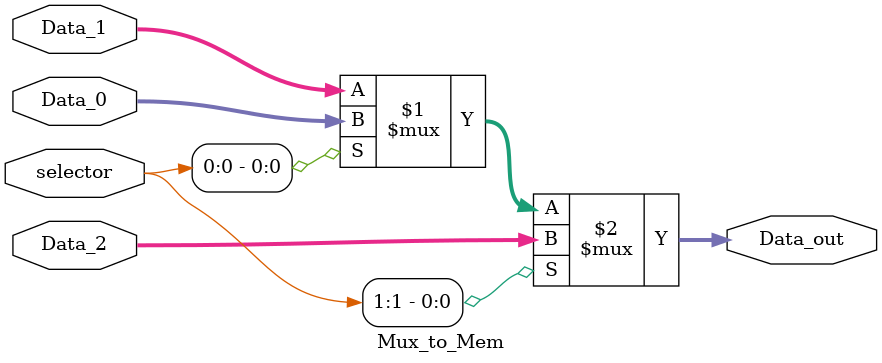
<source format=v>
module Mux_to_Mem (
    input  wire    [1:0]     selector,
    input  wire    [31:0]    Data_0,
    input  wire    [31:0]    Data_1,
    input  wire    [31:0]    Data_2,
    output wire    [31:0]    Data_out
);

   

    assign Data_out = selector[1] ? Data_2 : (selector[0] ? Data_0 : Data_1);
    
endmodule
</source>
